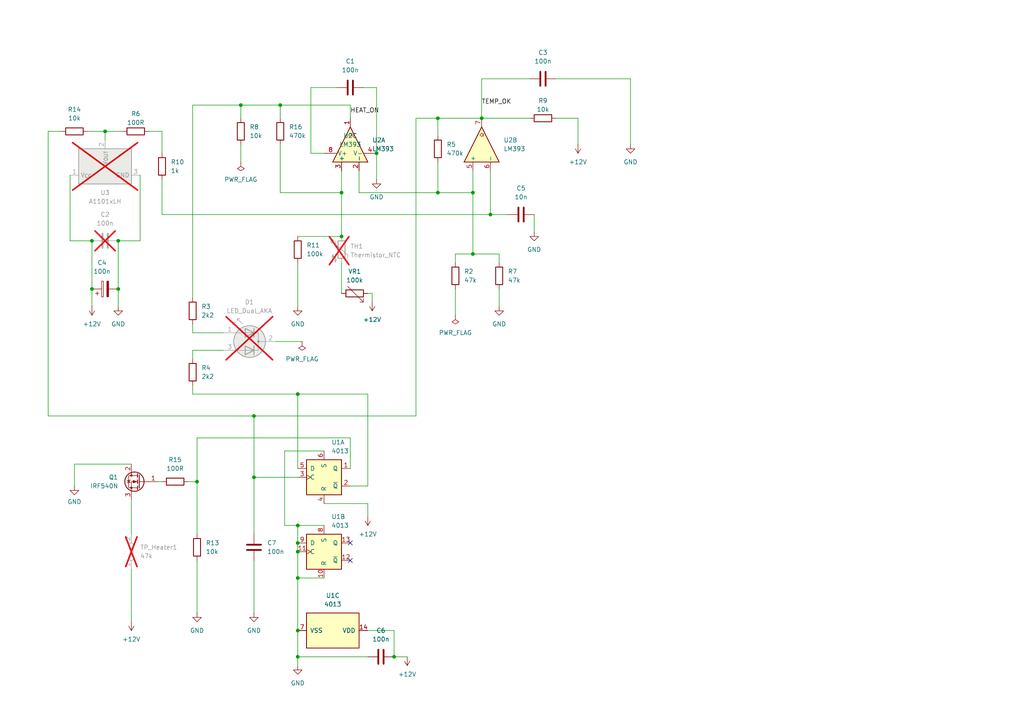
<source format=kicad_sch>
(kicad_sch (version 20250114) (generator "eeschema") (generator_version "9.0")
  (paper "A4")
  (lib_symbols
    (symbol "4xxx:4013" (pin_names (offset 1.016))
      (property "Reference" "U" (at -7.62 8.89 0))
      (property "Value" "4013" (at -7.62 -8.89 0))
      (symbol "4013_1_1"
        (rectangle (start -5.08 5.08) (end 5.08 -5.08) (stroke (width 0.254)) (fill (type background)))
        (pin input line (at -7.62 2.54 0) (length 2.54) (name "D") (number "5"))
        (pin input clock (at -7.62 0 0) (length 2.54) (name "C") (number "3"))
        (pin input line (at 0 7.62 270) (length 2.54) (name "S") (number "6"))
        (pin input line (at 0 -7.62 90) (length 2.54) (name "R") (number "4"))
        (pin output line (at 7.62 2.54 180) (length 2.54) (name "Q") (number "1"))
        (pin output line (at 7.62 -2.54 180) (length 2.54) (name "~{Q}") (number "2"))
      )
      (symbol "4013_2_1"
        (rectangle (start -5.08 5.08) (end 5.08 -5.08) (stroke (width 0.254)) (fill (type background)))
        (pin input line (at -7.62 2.54 0) (length 2.54) (name "D") (number "9"))
        (pin input clock (at -7.62 0 0) (length 2.54) (name "C") (number "11"))
        (pin input line (at 0 7.62 270) (length 2.54) (name "S") (number "8"))
        (pin input line (at 0 -7.62 90) (length 2.54) (name "R") (number "10"))
        (pin output line (at 7.62 2.54 180) (length 2.54) (name "Q") (number "13"))
        (pin output line (at 7.62 -2.54 180) (length 2.54) (name "~{Q}") (number "12"))
      )
      (symbol "4013_3_0"
        (pin power_in line (at 0 10.16 270) (length 2.54) (name "VDD") (number "14"))
        (pin power_in line (at 0 -10.16 90) (length 2.54) (name "VSS") (number "7"))
      )
      (symbol "4013_3_1"
        (rectangle (start -5.08 7.62) (end 5.08 -7.62) (stroke (width 0.254)) (fill (type background)))
      )
    )
    (symbol "Comparator:LM393" (pin_names (offset 0.127))
      (property "Reference" "U" (at 3.81 3.81 0))
      (property "Value" "LM393" (at 6.35 -3.81 0))
      (symbol "LM393_1_1"
        (polyline (pts (xy -5.08 5.08) (xy 5.08 0) (xy -5.08 -5.08) (xy -5.08 5.08)) (stroke (width 0.254)) (fill (type background)))
        (polyline (pts (xy 3.302 -0.508) (xy 2.794 -0.508) (xy 3.302 0) (xy 2.794 0.508) (xy 2.286 0) (xy 2.794 -0.508) (xy 2.286 -0.508)) (stroke (width 0.127)))
        (pin input line (at -7.62 2.54 0) (length 2.54) (name "+") (number "3"))
        (pin input line (at -7.62 -2.54 0) (length 2.54) (name "-") (number "2"))
        (pin open_collector line (at 7.62 0 180) (length 2.54) (name "~") (number "1"))
      )
      (symbol "LM393_2_1"
        (polyline (pts (xy -5.08 5.08) (xy 5.08 0) (xy -5.08 -5.08) (xy -5.08 5.08)) (stroke (width 0.254)) (fill (type background)))
        (polyline (pts (xy 3.302 -0.508) (xy 2.794 -0.508) (xy 3.302 0) (xy 2.794 0.508) (xy 2.286 0) (xy 2.794 -0.508) (xy 2.286 -0.508)) (stroke (width 0.127)))
        (pin input line (at -7.62 2.54 0) (length 2.54) (name "+") (number "5"))
        (pin input line (at -7.62 -2.54 0) (length 2.54) (name "-") (number "6"))
        (pin open_collector line (at 7.62 0 180) (length 2.54) (name "~") (number "7"))
      )
      (symbol "LM393_3_1"
        (pin power_in line (at -2.54 7.62 270) (length 3.81) (name "V+") (number "8"))
        (pin power_in line (at -2.54 -7.62 90) (length 3.81) (name "V-") (number "4"))
      )
    )
    (symbol "Connector:TestPoint_2Pole" (pin_names (offset 0.762) (hide yes))
      (property "Reference" "TP" (at 0 1.524 0))
      (property "Value" "TestPoint_2Pole" (at 0 -1.778 0))
      (symbol "TestPoint_2Pole_0_1"
        (circle (center -1.778 0) (radius 0.762))
        (circle (center 1.778 0) (radius 0.762))
        (pin passive line (at -5.08 0 0) (length 2.54) (name "1") (number "1"))
        (pin passive line (at 5.08 0 180) (length 2.54) (name "2") (number "2"))
      )
    )
    (symbol "Device:C" (pin_numbers (hide yes)) (pin_names (offset 0.254))
      (property "Reference" "C" (at 0.635 2.54 0))
      (property "Value" "C" (at 0.635 -2.54 0))
      (symbol "C_0_1"
        (polyline (pts (xy -2.032 0.762) (xy 2.032 0.762)) (stroke (width 0.508)))
        (polyline (pts (xy -2.032 -0.762) (xy 2.032 -0.762)) (stroke (width 0.508)))
      )
      (symbol "C_1_1"
        (pin passive line (at 0 3.81 270) (length 2.794) (name "~") (number "1"))
        (pin passive line (at 0 -3.81 90) (length 2.794) (name "~") (number "2"))
      )
    )
    (symbol "Device:C_Polarized" (pin_numbers (hide yes)) (pin_names (offset 0.254))
      (property "Reference" "C" (at 0.635 2.54 0))
      (property "Value" "C_Polarized" (at 0.635 -2.54 0))
      (symbol "C_Polarized_0_1"
        (rectangle (start -2.286 0.508) (end 2.286 1.016))
        (polyline (pts (xy -1.778 2.286) (xy -0.762 2.286)))
        (polyline (pts (xy -1.27 2.794) (xy -1.27 1.778)))
        (rectangle (start 2.286 -0.508) (end -2.286 -1.016) (fill (type outline)))
      )
      (symbol "C_Polarized_1_1"
        (pin passive line (at 0 3.81 270) (length 2.794) (name "~") (number "1"))
        (pin passive line (at 0 -3.81 90) (length 2.794) (name "~") (number "2"))
      )
    )
    (symbol "Device:LED_Dual_AKA" (pin_names (offset 0) (hide yes))
      (property "Reference" "D" (at 0 5.715 0))
      (property "Value" "LED_Dual_AKA" (at 0 -6.35 0))
      (symbol "LED_Dual_AKA_0_1"
        (polyline (pts (xy -4.572 0) (xy -2.54 0)))
        (circle (center -2.54 0) (radius 0.2794) (fill (type outline)))
        (polyline (pts (xy -1.27 1.27) (xy -1.27 3.81)) (stroke (width 0.254)))
        (polyline (pts (xy -1.27 -1.27) (xy -1.27 -3.81)) (stroke (width 0.254)))
        (circle (center 0 0) (radius 4.572) (stroke (width 0.254)) (fill (type background)))
        (polyline (pts (xy 1.27 1.27) (xy 1.27 3.81) (xy -1.27 2.54) (xy 1.27 1.27)) (stroke (width 0.254)))
        (polyline (pts (xy 1.27 -3.81) (xy 1.27 -1.27) (xy -1.27 -2.54) (xy 1.27 -3.81)) (stroke (width 0.254)))
        (polyline (pts (xy 2.032 5.08) (xy 3.556 6.604) (xy 2.794 6.604) (xy 3.556 6.604) (xy 3.556 5.842)))
        (polyline (pts (xy 2.032 2.54) (xy -2.54 2.54) (xy -2.54 -2.54) (xy 2.032 -2.54)))
        (polyline (pts (xy 3.302 4.064) (xy 4.826 5.588) (xy 4.064 5.588) (xy 4.826 5.588) (xy 4.826 4.826)))
        (polyline (pts (xy 3.81 2.54) (xy 1.905 2.54)))
        (polyline (pts (xy 3.81 -2.54) (xy 1.905 -2.54)))
      )
      (symbol "LED_Dual_AKA_1_1"
        (pin input line (at -7.62 0 0) (length 3.048) (name "K") (number "2"))
        (pin input line (at 7.62 2.54 180) (length 3.81) (name "A1") (number "1"))
        (pin input line (at 7.62 -2.54 180) (length 3.81) (name "A2") (number "3"))
      )
    )
    (symbol "Device:R" (pin_numbers (hide yes)) (pin_names (offset 0))
      (property "Reference" "R" (at 2.032 0 90))
      (property "Value" "R" (at 0 0 90))
      (symbol "R_0_1"
        (rectangle (start -1.016 -2.54) (end 1.016 2.54) (stroke (width 0.254)))
      )
      (symbol "R_1_1"
        (pin passive line (at 0 3.81 270) (length 1.27) (name "~") (number "1"))
        (pin passive line (at 0 -3.81 90) (length 1.27) (name "~") (number "2"))
      )
    )
    (symbol "Device:R_Variable" (pin_numbers (hide yes)) (pin_names (offset 0))
      (property "Reference" "R" (at 2.54 -2.54 90))
      (property "Value" "R_Variable" (at -2.54 -1.27 90))
      (symbol "R_Variable_0_1"
        (rectangle (start -1.016 -2.54) (end 1.016 2.54) (stroke (width 0.254)))
        (polyline (pts (xy 2.54 1.524) (xy 2.54 2.54) (xy 1.524 2.54) (xy 2.54 2.54) (xy -2.032 -2.032)))
      )
      (symbol "R_Variable_1_1"
        (pin passive line (at 0 3.81 270) (length 1.27) (name "~") (number "1"))
        (pin passive line (at 0 -3.81 90) (length 1.27) (name "~") (number "2"))
      )
    )
    (symbol "Device:Thermistor_NTC" (pin_numbers (hide yes)) (pin_names (offset 0))
      (property "Reference" "TH" (at -4.445 0 90))
      (property "Value" "Thermistor_NTC" (at 3.175 0 90))
      (symbol "Thermistor_NTC_0_1"
        (arc (start -3.175 2.413) (mid -3.0506 2.3165) (end -3.048 2.159))
        (arc (start -3.048 2.794) (mid -2.9736 2.9736) (end -2.794 3.048))
        (arc (start -2.794 3.048) (mid -2.6144 2.9736) (end -2.54 2.794))
        (arc (start -2.794 2.54) (mid -2.9736 2.6144) (end -3.048 2.794))
        (arc (start -2.794 1.905) (mid -2.9736 1.9794) (end -3.048 2.159))
        (arc (start -2.54 2.159) (mid -2.6144 1.9794) (end -2.794 1.905))
        (arc (start -2.159 2.794) (mid -2.434 2.5608) (end -2.794 2.54))
        (polyline (pts (xy -2.54 2.159) (xy -2.54 2.794)))
        (polyline (pts (xy -2.54 -3.683) (xy -2.54 -1.397) (xy -2.794 -2.159) (xy -2.286 -2.159) (xy -2.54 -1.397) (xy -2.54 -1.651)) (fill (type outline)))
        (polyline (pts (xy -1.778 2.54) (xy -1.778 1.524) (xy 1.778 -1.524) (xy 1.778 -2.54)))
        (polyline (pts (xy -1.778 -1.397) (xy -1.778 -3.683) (xy -2.032 -2.921) (xy -1.524 -2.921) (xy -1.778 -3.683) (xy -1.778 -3.429)) (fill (type outline)))
        (rectangle (start -1.016 2.54) (end 1.016 -2.54) (stroke (width 0.254)))
      )
      (symbol "Thermistor_NTC_1_1"
        (pin passive line (at 0 3.81 270) (length 1.27) (name "~") (number "1"))
        (pin passive line (at 0 -3.81 90) (length 1.27) (name "~") (number "2"))
      )
    )
    (symbol "Sensor_Magnetic:A1101xLH"
      (property "Reference" "U" (at 0 11.43 0))
      (property "Value" "A1101xLH" (at 0 8.89 0))
      (symbol "A1101xLH_0_1"
        (rectangle (start -5.08 7.62) (end 5.08 -7.62) (stroke (width 0.254)) (fill (type background)))
      )
      (symbol "A1101xLH_1_1"
        (pin power_in line (at -2.54 10.16 270) (length 2.54) (name "V_{CC}") (number "1"))
        (pin power_in line (at -2.54 -10.16 90) (length 2.54) (name "GND") (number "3"))
        (pin open_collector line (at 7.62 0 180) (length 2.54) (name "V_{OUT}") (number "2"))
      )
    )
    (symbol "Transistor_FET:IRF540N" (pin_names (hide yes))
      (property "Reference" "Q" (at 5.08 1.905 0))
      (property "Value" "IRF540N" (at 5.08 0 0))
      (symbol "IRF540N_0_1"
        (polyline (pts (xy 0.254 1.905) (xy 0.254 -1.905)) (stroke (width 0.254)))
        (polyline (pts (xy 0.254 0) (xy -2.54 0)))
        (polyline (pts (xy 0.762 2.286) (xy 0.762 1.27)) (stroke (width 0.254)))
        (polyline (pts (xy 0.762 0.508) (xy 0.762 -0.508)) (stroke (width 0.254)))
        (polyline (pts (xy 0.762 -1.27) (xy 0.762 -2.286)) (stroke (width 0.254)))
        (polyline (pts (xy 0.762 -1.778) (xy 3.302 -1.778) (xy 3.302 1.778) (xy 0.762 1.778)))
        (polyline (pts (xy 1.016 0) (xy 2.032 0.381) (xy 2.032 -0.381) (xy 1.016 0)) (fill (type outline)))
        (circle (center 1.651 0) (radius 2.794) (stroke (width 0.254)))
        (polyline (pts (xy 2.54 2.54) (xy 2.54 1.778)))
        (circle (center 2.54 1.778) (radius 0.254) (fill (type outline)))
        (circle (center 2.54 -1.778) (radius 0.254) (fill (type outline)))
        (polyline (pts (xy 2.54 -2.54) (xy 2.54 0) (xy 0.762 0)))
        (polyline (pts (xy 2.794 0.508) (xy 2.921 0.381) (xy 3.683 0.381) (xy 3.81 0.254)))
        (polyline (pts (xy 3.302 0.381) (xy 2.921 -0.254) (xy 3.683 -0.254) (xy 3.302 0.381)))
      )
      (symbol "IRF540N_1_1"
        (pin input line (at -5.08 0 0) (length 2.54) (name "G") (number "1"))
        (pin passive line (at 2.54 5.08 270) (length 2.54) (name "D") (number "2"))
        (pin passive line (at 2.54 -5.08 90) (length 2.54) (name "S") (number "3"))
      )
    )
    (symbol "power:+12V" (power) (pin_numbers (hide yes)) (pin_names (offset 0) (hide yes))
      (property "Value" "+12V" (at 0 3.556 0))
      (symbol "+12V_0_1"
        (polyline (pts (xy -0.762 1.27) (xy 0 2.54)))
        (polyline (pts (xy 0 2.54) (xy 0.762 1.27)))
        (polyline (pts (xy 0 0) (xy 0 2.54)))
      )
      (symbol "+12V_1_1"
        (pin power_in line (at 0 0 90) (length 0) (name "~") (number "1"))
      )
    )
    (symbol "power:GND" (power) (pin_numbers (hide yes)) (pin_names (offset 0) (hide yes))
      (property "Value" "GND" (at 0 -3.81 0))
      (symbol "GND_0_1"
        (polyline (pts (xy 0 0) (xy 0 -1.27) (xy 1.27 -1.27) (xy 0 -2.54) (xy -1.27 -1.27) (xy 0 -1.27)))
      )
      (symbol "GND_1_1"
        (pin power_in line (at 0 0 270) (length 0) (name "~") (number "1"))
      )
    )
    (symbol "power:PWR_FLAG" (power) (pin_numbers (hide yes)) (pin_names (offset 0) (hide yes))
      (property "Value" "PWR_FLAG" (at 0 3.81 0))
      (symbol "PWR_FLAG_0_0"
        (pin power_out line (at 0 0 90) (length 0) (name "~") (number "1"))
      )
      (symbol "PWR_FLAG_0_1"
        (polyline (pts (xy 0 0) (xy 0 1.27) (xy -1.016 1.905) (xy 0 2.54) (xy 1.016 1.905) (xy 0 1.27)))
      )
    )
  )
  (junction (at 30.48 38.1))
  (junction (at 99.06 55.88))
  (junction (at 109.22 44.45))
  (junction (at 127 34.29))
  (junction (at 86.36 114.3))
  (junction (at 26.67 69.85))
  (junction (at 34.29 83.82))
  (junction (at 73.66 120.65))
  (junction (at 137.16 73.66))
  (junction (at 57.15 139.7))
  (junction (at 69.85 30.48))
  (junction (at 127 55.88))
  (junction (at 86.36 167.64))
  (junction (at 81.28 30.48))
  (junction (at 99.06 68.58))
  (junction (at 73.66 138.43))
  (junction (at 139.7 34.29))
  (junction (at 86.36 190.5))
  (junction (at 137.16 55.88))
  (junction (at 114.3 190.5))
  (junction (at 142.24 62.23))
  (junction (at 86.36 157.48))
  (junction (at 86.36 182.88))
  (junction (at 86.36 160.02))
  (junction (at 86.36 152.4))
  (junction (at 26.67 83.82))
  (junction (at 34.29 69.85))
  (no_connect (at 101.6 162.56))
  (no_connect (at 101.6 157.48))
  (wire (pts (xy 73.66 138.43) (xy 86.36 138.43)))
  (wire (pts (xy 40.64 69.85) (xy 34.29 69.85)))
  (wire (pts (xy 21.59 140.97) (xy 21.59 134.62)))
  (wire (pts (xy 127 34.29) (xy 127 39.37)))
  (wire (pts (xy 86.36 152.4) (xy 93.98 152.4)))
  (wire (pts (xy 153.67 22.86) (xy 139.7 22.86)))
  (wire (pts (xy 137.16 73.66) (xy 137.16 55.88)))
  (wire (pts (xy 45.72 139.7) (xy 46.99 139.7)))
  (wire (pts (xy 55.88 114.3) (xy 86.36 114.3)))
  (wire (pts (xy 21.59 134.62) (xy 38.1 134.62)))
  (wire (pts (xy 107.95 85.09) (xy 106.68 85.09)))
  (wire (pts (xy 109.22 44.45) (xy 109.22 52.07)))
  (wire (pts (xy 26.67 83.82) (xy 26.67 88.9)))
  (wire (pts (xy 104.14 49.53) (xy 104.14 55.88)))
  (wire (pts (xy 69.85 30.48) (xy 69.85 34.29)))
  (wire (pts (xy 101.6 135.89) (xy 101.6 127)))
  (wire (pts (xy 107.95 87.63) (xy 107.95 85.09)))
  (wire (pts (xy 30.48 38.1) (xy 30.48 40.64)))
  (wire (pts (xy 69.85 30.48) (xy 81.28 30.48)))
  (wire (pts (xy 46.99 62.23) (xy 142.24 62.23)))
  (wire (pts (xy 81.28 41.91) (xy 81.28 55.88)))
  (wire (pts (xy 30.48 38.1) (xy 35.56 38.1)))
  (wire (pts (xy 57.15 127) (xy 57.15 139.7)))
  (wire (pts (xy 86.36 68.58) (xy 99.06 68.58)))
  (wire (pts (xy 161.29 22.86) (xy 182.88 22.86)))
  (wire (pts (xy 55.88 96.52) (xy 64.77 96.52)))
  (wire (pts (xy 55.88 86.36) (xy 55.88 30.48)))
  (wire (pts (xy 101.6 30.48) (xy 101.6 34.29)))
  (wire (pts (xy 132.08 73.66) (xy 137.16 73.66)))
  (wire (pts (xy 104.14 55.88) (xy 127 55.88)))
  (wire (pts (xy 57.15 139.7) (xy 57.15 154.94)))
  (wire (pts (xy 55.88 101.6) (xy 64.77 101.6)))
  (wire (pts (xy 127 46.99) (xy 127 55.88)))
  (wire (pts (xy 55.88 30.48) (xy 69.85 30.48)))
  (wire (pts (xy 82.55 152.4) (xy 86.36 152.4)))
  (wire (pts (xy 90.17 25.4) (xy 90.17 44.45)))
  (wire (pts (xy 86.36 157.48) (xy 86.36 160.02)))
  (wire (pts (xy 20.32 69.85) (xy 26.67 69.85)))
  (wire (pts (xy 55.88 114.3) (xy 55.88 111.76)))
  (wire (pts (xy 106.68 114.3) (xy 106.68 140.97)))
  (wire (pts (xy 114.3 190.5) (xy 118.11 190.5)))
  (wire (pts (xy 99.06 49.53) (xy 99.06 55.88)))
  (wire (pts (xy 40.64 50.8) (xy 40.64 69.85)))
  (wire (pts (xy 139.7 34.29) (xy 153.67 34.29)))
  (wire (pts (xy 57.15 162.56) (xy 57.15 177.8)))
  (wire (pts (xy 114.3 182.88) (xy 114.3 190.5)))
  (wire (pts (xy 86.36 114.3) (xy 106.68 114.3)))
  (wire (pts (xy 73.66 120.65) (xy 120.65 120.65)))
  (wire (pts (xy 13.97 38.1) (xy 13.97 120.65)))
  (wire (pts (xy 86.36 182.88) (xy 86.36 190.5)))
  (wire (pts (xy 73.66 120.65) (xy 73.66 138.43)))
  (wire (pts (xy 80.01 99.06) (xy 87.63 99.06)))
  (wire (pts (xy 86.36 160.02) (xy 86.36 167.64)))
  (wire (pts (xy 132.08 73.66) (xy 132.08 76.2)))
  (wire (pts (xy 34.29 69.85) (xy 34.29 83.82)))
  (wire (pts (xy 120.65 34.29) (xy 120.65 120.65)))
  (wire (pts (xy 26.67 69.85) (xy 26.67 83.82)))
  (wire (pts (xy 54.61 139.7) (xy 57.15 139.7)))
  (wire (pts (xy 38.1 144.78) (xy 38.1 154.94)))
  (wire (pts (xy 81.28 55.88) (xy 99.06 55.88)))
  (wire (pts (xy 132.08 83.82) (xy 132.08 91.44)))
  (wire (pts (xy 106.68 190.5) (xy 86.36 190.5)))
  (wire (pts (xy 86.36 167.64) (xy 86.36 182.88)))
  (wire (pts (xy 144.78 73.66) (xy 144.78 76.2)))
  (wire (pts (xy 93.98 130.81) (xy 82.55 130.81)))
  (wire (pts (xy 127 34.29) (xy 120.65 34.29)))
  (wire (pts (xy 46.99 38.1) (xy 46.99 44.45)))
  (wire (pts (xy 109.22 25.4) (xy 109.22 44.45)))
  (wire (pts (xy 20.32 50.8) (xy 20.32 69.85)))
  (wire (pts (xy 161.29 34.29) (xy 167.64 34.29)))
  (wire (pts (xy 73.66 162.56) (xy 73.66 177.8)))
  (wire (pts (xy 81.28 30.48) (xy 81.28 34.29)))
  (wire (pts (xy 106.68 146.05) (xy 93.98 146.05)))
  (wire (pts (xy 144.78 73.66) (xy 137.16 73.66)))
  (wire (pts (xy 106.68 146.05) (xy 106.68 149.86)))
  (wire (pts (xy 90.17 44.45) (xy 93.98 44.45)))
  (wire (pts (xy 86.36 152.4) (xy 86.36 157.48)))
  (wire (pts (xy 106.68 140.97) (xy 101.6 140.97)))
  (wire (pts (xy 142.24 49.53) (xy 142.24 62.23)))
  (wire (pts (xy 86.36 76.2) (xy 86.36 88.9)))
  (wire (pts (xy 86.36 114.3) (xy 86.36 135.89)))
  (wire (pts (xy 86.36 190.5) (xy 86.36 193.04)))
  (wire (pts (xy 93.98 167.64) (xy 86.36 167.64)))
  (wire (pts (xy 99.06 76.2) (xy 99.06 85.09)))
  (wire (pts (xy 182.88 22.86) (xy 182.88 41.91)))
  (wire (pts (xy 73.66 154.94) (xy 73.66 138.43)))
  (wire (pts (xy 99.06 55.88) (xy 99.06 68.58)))
  (wire (pts (xy 139.7 22.86) (xy 139.7 34.29)))
  (wire (pts (xy 139.7 34.29) (xy 127 34.29)))
  (wire (pts (xy 154.94 62.23) (xy 154.94 67.31)))
  (wire (pts (xy 109.22 25.4) (xy 105.41 25.4)))
  (wire (pts (xy 127 55.88) (xy 137.16 55.88)))
  (wire (pts (xy 34.29 83.82) (xy 34.29 88.9)))
  (wire (pts (xy 55.88 93.98) (xy 55.88 96.52)))
  (wire (pts (xy 55.88 101.6) (xy 55.88 104.14)))
  (wire (pts (xy 46.99 52.07) (xy 46.99 62.23)))
  (wire (pts (xy 167.64 34.29) (xy 167.64 41.91)))
  (wire (pts (xy 13.97 120.65) (xy 73.66 120.65)))
  (wire (pts (xy 137.16 49.53) (xy 137.16 55.88)))
  (wire (pts (xy 46.99 38.1) (xy 43.18 38.1)))
  (wire (pts (xy 81.28 30.48) (xy 101.6 30.48)))
  (wire (pts (xy 69.85 41.91) (xy 69.85 46.99)))
  (wire (pts (xy 106.68 182.88) (xy 114.3 182.88)))
  (wire (pts (xy 97.79 25.4) (xy 90.17 25.4)))
  (wire (pts (xy 13.97 38.1) (xy 17.78 38.1)))
  (wire (pts (xy 25.4 38.1) (xy 30.48 38.1)))
  (wire (pts (xy 144.78 83.82) (xy 144.78 88.9)))
  (wire (pts (xy 147.32 62.23) (xy 142.24 62.23)))
  (wire (pts (xy 101.6 127) (xy 57.15 127)))
  (wire (pts (xy 82.55 130.81) (xy 82.55 152.4)))
  (wire (pts (xy 38.1 165.1) (xy 38.1 180.34)))
  (label "HEAT_ON" (at 101.6 33.02 0))
  (label "TEMP_OK" (at 139.7 30.48 0))
  (symbol (lib_id "Device:R") (at 46.99 48.26 0) (unit 1)
    (property "Reference" "R10" (at 49.53 46.9899 0) (effects (justify left)))
    (property "Value" "1k" (at 49.53 49.5299 0) (effects (justify left)))
    (property "Footprint" "Resistor_THT:R_Axial_DIN0207_L6.3mm_D2.5mm_P7.62mm_Horizontal" (effects (hide yes)))
    (property "Description" "Resistor" (effects (hide yes)))
  )
  (symbol (lib_id "power:PWR_FLAG") (at 132.08 91.44 180) (unit 1)
    (property "Reference" "#FLG03" (effects (hide yes)))
    (property "Value" "PWR_FLAG" (at 132.08 96.52 0))
    (property "Description" "Special symbol for telling ERC where power comes from" (effects (hide yes)))
  )
  (symbol (lib_id "power:+12V") (at 107.95 87.63 180) (unit 1)
    (property "Reference" "#PWR017" (effects (hide yes)))
    (property "Value" "+12V" (at 107.95 92.71 0))
    (property "Description" "Power symbol creates a global label with name \"+12V\"" (effects (hide yes)))
  )
  (symbol (lib_id "Device:R") (at 81.28 38.1 0) (unit 1)
    (property "Reference" "R16" (at 83.82 36.8299 0) (effects (justify left)))
    (property "Value" "470k" (at 83.82 39.3699 0) (effects (justify left)))
    (property "Footprint" "Resistor_THT:R_Axial_DIN0207_L6.3mm_D2.5mm_P7.62mm_Horizontal" (effects (hide yes)))
    (property "Description" "Resistor" (effects (hide yes)))
  )
  (symbol (lib_id "power:+12V") (at 38.1 180.34 180) (unit 1)
    (property "Reference" "#PWR02" (effects (hide yes)))
    (property "Value" "+12V" (at 38.1 185.42 0))
    (property "Description" "Power symbol creates a global label with name \"+12V\"" (effects (hide yes)))
  )
  (symbol (lib_id "Comparator:LM393") (at 101.6 41.91 90) (unit 3)
    (property "Reference" "U2" (at 101.6 39.37 90))
    (property "Value" "LM393" (at 101.6 41.91 90))
    (property "Footprint" "Package_DIP:CERDIP-8_W7.62mm_SideBrazed_LongPads" (effects (hide yes)))
    (property "Datasheet" "http://www.ti.com/lit/ds/symlink/lm393.pdf" (effects (hide yes)))
    (property "Description" "Low-Power, Low-Offset Voltage, Dual Comparators, DIP-8/SOIC-8/TO-99-8" (effects (hide yes)))
  )
  (symbol (lib_id "4xxx:4013") (at 93.98 138.43 0) (unit 1)
    (property "Reference" "U1" (at 96.1233 128.27 0) (effects (justify left)))
    (property "Value" "4013" (at 96.1233 130.81 0) (effects (justify left)))
    (property "Footprint" "Package_DIP:CERDIP-14_W7.62mm_SideBrazed_LongPads" (effects (hide yes)))
    (property "Datasheet" "http://www.onsemi.com/pub/Collateral/MC14013B-D.PDF" (effects (hide yes)))
    (property "Description" "Dual D  FlipFlop, Set & reset" (effects (hide yes)))
  )
  (symbol (lib_id "Device:R") (at 86.36 72.39 0) (unit 1)
    (property "Reference" "R11" (at 88.9 71.1199 0) (effects (justify left)))
    (property "Value" "100k" (at 88.9 73.6599 0) (effects (justify left)))
    (property "Footprint" "Resistor_THT:R_Axial_DIN0207_L6.3mm_D2.5mm_P7.62mm_Horizontal" (effects (hide yes)))
    (property "Description" "Resistor" (effects (hide yes)))
  )
  (symbol (lib_id "Sensor_Magnetic:A1101xLH") (at 30.48 48.26 90) (unit 1) (in_bom no) (on_board no) (dnp yes)
    (property "Reference" "U3" (at 30.48 55.88 90))
    (property "Value" "A1101xLH" (at 30.48 58.42 90))
    (property "Footprint" "Package_TO_SOT_SMD:SOT-23W" (effects (hide yes)))
    (property "Datasheet" "https://www.allegromicro.com/-/media/files/datasheets/a110x-datasheet.ashx" (effects (hide yes)))
    (property "Description" "Hall effect switch, unipolar (south-polarity), Bop=100G, Brp=45G, 3.8-24V supply, SOT-23W" (effects (hide yes)))
  )
  (symbol (lib_id "power:GND") (at 144.78 88.9 0) (unit 1)
    (property "Reference" "#PWR03" (effects (hide yes)))
    (property "Value" "GND" (at 144.78 93.98 0))
    (property "Description" "Power symbol creates a global label with name \"GND\" , ground" (effects (hide yes)))
  )
  (symbol (lib_id "power:GND") (at 21.59 140.97 0) (unit 1)
    (property "Reference" "#PWR012" (effects (hide yes)))
    (property "Value" "GND" (at 21.59 145.542 0))
    (property "Description" "Power symbol creates a global label with name \"GND\" , ground" (effects (hide yes)))
  )
  (symbol (lib_id "Device:R") (at 157.48 34.29 90) (unit 1)
    (property "Reference" "R9" (at 157.48 29.21 90))
    (property "Value" "10k" (at 157.48 31.75 90))
    (property "Footprint" "Resistor_THT:R_Axial_DIN0207_L6.3mm_D2.5mm_P7.62mm_Horizontal" (effects (hide yes)))
    (property "Description" "Resistor" (effects (hide yes)))
  )
  (symbol (lib_id "Device:R") (at 21.59 38.1 270) (unit 1)
    (property "Reference" "R14" (at 21.59 31.75 90))
    (property "Value" "10k" (at 21.59 34.29 90))
    (property "Footprint" "Resistor_THT:R_Axial_DIN0207_L6.3mm_D2.5mm_P7.62mm_Horizontal" (effects (hide yes)))
    (property "Description" "Resistor" (effects (hide yes)))
  )
  (symbol (lib_id "Device:R") (at 55.88 90.17 0) (unit 1)
    (property "Reference" "R3" (at 58.42 88.8999 0) (effects (justify left)))
    (property "Value" "2k2" (at 58.42 91.4399 0) (effects (justify left)))
    (property "Footprint" "Resistor_THT:R_Axial_DIN0207_L6.3mm_D2.5mm_P7.62mm_Horizontal" (effects (hide yes)))
    (property "Description" "Resistor" (effects (hide yes)))
  )
  (symbol (lib_id "Device:C") (at 110.49 190.5 270) (unit 1)
    (property "Reference" "C6" (at 110.49 182.88 90))
    (property "Value" "100n" (at 110.49 185.42 90))
    (property "Footprint" "Capacitor_THT:C_Disc_D3.0mm_W1.6mm_P2.50mm" (effects (hide yes)))
    (property "Description" "Unpolarized capacitor" (effects (hide yes)))
  )
  (symbol (lib_id "Comparator:LM393") (at 101.6 41.91 90) (unit 1)
    (property "Reference" "U2" (at 107.95 40.6399 90) (effects (justify right)))
    (property "Value" "LM393" (at 107.95 43.1799 90) (effects (justify right)))
    (property "Footprint" "Package_DIP:CERDIP-8_W7.62mm_SideBrazed_LongPads" (effects (hide yes)))
    (property "Datasheet" "http://www.ti.com/lit/ds/symlink/lm393.pdf" (effects (hide yes)))
    (property "Description" "Low-Power, Low-Offset Voltage, Dual Comparators, DIP-8/SOIC-8/TO-99-8" (effects (hide yes)))
  )
  (symbol (lib_id "power:GND") (at 154.94 67.31 0) (unit 1)
    (property "Reference" "#PWR01" (effects (hide yes)))
    (property "Value" "GND" (at 154.94 72.39 0))
    (property "Description" "Power symbol creates a global label with name \"GND\" , ground" (effects (hide yes)))
  )
  (symbol (lib_id "Device:R") (at 127 43.18 0) (unit 1)
    (property "Reference" "R5" (at 129.54 41.9099 0) (effects (justify left)))
    (property "Value" "470k" (at 129.54 44.4499 0) (effects (justify left)))
    (property "Footprint" "Resistor_THT:R_Axial_DIN0207_L6.3mm_D2.5mm_P7.62mm_Horizontal" (effects (hide yes)))
    (property "Description" "Resistor" (effects (hide yes)))
  )
  (symbol (lib_id "Transistor_FET:IRF540N") (at 40.64 139.7 0) (mirror y) (unit 1)
    (property "Reference" "Q1" (at 34.29 138.4299 0) (effects (justify left)))
    (property "Value" "IRF540N" (at 34.29 140.9699 0) (effects (justify left)))
    (property "Footprint" "Package_TO_SOT_THT:TO-220-3_Vertical" (effects (hide yes)))
    (property "Datasheet" "http://www.irf.com/product-info/datasheets/data/irf540n.pdf" (effects (hide yes)))
    (property "Description" "33A Id, 100V Vds, HEXFET N-Channel MOSFET, TO-220" (effects (hide yes)))
  )
  (symbol (lib_id "Device:C") (at 73.66 158.75 0) (unit 1)
    (property "Reference" "C7" (at 77.47 157.4799 0) (effects (justify left)))
    (property "Value" "100n" (at 77.47 160.0199 0) (effects (justify left)))
    (property "Footprint" "Capacitor_THT:C_Disc_D3.0mm_W1.6mm_P2.50mm" (effects (hide yes)))
    (property "Description" "Unpolarized capacitor" (effects (hide yes)))
  )
  (symbol (lib_id "power:GND") (at 109.22 52.07 0) (unit 1)
    (property "Reference" "#PWR08" (effects (hide yes)))
    (property "Value" "GND" (at 109.22 57.15 0))
    (property "Description" "Power symbol creates a global label with name \"GND\" , ground" (effects (hide yes)))
  )
  (symbol (lib_id "power:PWR_FLAG") (at 69.85 46.99 180) (unit 1)
    (property "Reference" "#FLG01" (effects (hide yes)))
    (property "Value" "PWR_FLAG" (at 69.85 52.07 0))
    (property "Description" "Special symbol for telling ERC where power comes from" (effects (hide yes)))
  )
  (symbol (lib_id "power:+12V") (at 167.64 41.91 180) (unit 1)
    (property "Reference" "#PWR019" (effects (hide yes)))
    (property "Value" "+12V" (at 167.64 46.99 0))
    (property "Description" "Power symbol creates a global label with name \"+12V\"" (effects (hide yes)))
  )
  (symbol (lib_id "Device:C") (at 101.6 25.4 270) (unit 1)
    (property "Reference" "C1" (at 101.6 17.78 90))
    (property "Value" "100n" (at 101.6 20.32 90))
    (property "Footprint" "Capacitor_THT:C_Disc_D3.0mm_W1.6mm_P2.50mm" (effects (hide yes)))
    (property "Description" "Unpolarized capacitor" (effects (hide yes)))
  )
  (symbol (lib_id "Device:R_Variable") (at 102.87 85.09 270) (unit 1)
    (property "Reference" "VR1" (at 102.87 78.74 90))
    (property "Value" "100k" (at 102.87 81.28 90))
    (property "Footprint" "Potentiometer_SMD:Potentiometer_Bourns_3314S_Horizontal" (effects (hide yes)))
    (property "Description" "Variable resistor" (effects (hide yes)))
  )
  (symbol (lib_id "Connector:TestPoint_2Pole") (at 38.1 160.02 90) (unit 1) (in_bom no) (on_board no) (dnp yes)
    (property "Reference" "TP_Heater1" (at 40.64 158.7499 90) (effects (justify right)))
    (property "Value" "47k" (at 40.64 161.2899 90) (effects (justify right)))
    (property "Description" "2-polar test point" (effects (hide yes)))
  )
  (symbol (lib_id "Device:R") (at 132.08 80.01 0) (unit 1)
    (property "Reference" "R2" (at 134.62 78.7399 0) (effects (justify left)))
    (property "Value" "47k" (at 134.62 81.2799 0) (effects (justify left)))
    (property "Footprint" "Resistor_THT:R_Axial_DIN0207_L6.3mm_D2.5mm_P7.62mm_Horizontal" (effects (hide yes)))
    (property "Description" "Resistor" (effects (hide yes)))
  )
  (symbol (lib_id "Device:C_Polarized") (at 30.48 83.82 90) (unit 1)
    (property "Reference" "C4" (at 29.591 76.2 90))
    (property "Value" "100n" (at 29.591 78.74 90))
    (property "Footprint" "Capacitor_THT:C_Disc_D3.0mm_W1.6mm_P2.50mm" (effects (hide yes)))
    (property "Description" "Polarized capacitor" (effects (hide yes)))
  )
  (symbol (lib_id "4xxx:4013") (at 96.52 182.88 270) (unit 3)
    (property "Reference" "U1" (at 96.52 172.72 90))
    (property "Value" "4013" (at 96.52 175.26 90))
    (property "Footprint" "Package_DIP:CERDIP-14_W7.62mm_SideBrazed_LongPads" (effects (hide yes)))
    (property "Datasheet" "http://www.onsemi.com/pub/Collateral/MC14013B-D.PDF" (effects (hide yes)))
    (property "Description" "Dual D  FlipFlop, Set & reset" (effects (hide yes)))
  )
  (symbol (lib_id "power:GND") (at 73.66 177.8 0) (unit 1)
    (property "Reference" "#PWR05" (effects (hide yes)))
    (property "Value" "GND" (at 73.66 182.88 0))
    (property "Description" "Power symbol creates a global label with name \"GND\" , ground" (effects (hide yes)))
  )
  (symbol (lib_id "power:PWR_FLAG") (at 87.63 99.06 180) (unit 1)
    (property "Reference" "#FLG02" (effects (hide yes)))
    (property "Value" "PWR_FLAG" (at 87.63 104.14 0))
    (property "Description" "Special symbol for telling ERC where power comes from" (effects (hide yes)))
  )
  (symbol (lib_id "Device:R") (at 69.85 38.1 0) (unit 1)
    (property "Reference" "R8" (at 72.39 36.8299 0) (effects (justify left)))
    (property "Value" "10k" (at 72.39 39.3699 0) (effects (justify left)))
    (property "Footprint" "Resistor_THT:R_Axial_DIN0207_L6.3mm_D2.5mm_P7.62mm_Horizontal" (effects (hide yes)))
    (property "Description" "Resistor" (effects (hide yes)))
  )
  (symbol (lib_id "Comparator:LM393") (at 139.7 41.91 90) (unit 2)
    (property "Reference" "U2" (at 146.05 40.6399 90) (effects (justify right)))
    (property "Value" "LM393" (at 146.05 43.1799 90) (effects (justify right)))
    (property "Footprint" "Package_DIP:CERDIP-8_W7.62mm_SideBrazed_LongPads" (effects (hide yes)))
    (property "Datasheet" "http://www.ti.com/lit/ds/symlink/lm393.pdf" (effects (hide yes)))
    (property "Description" "Low-Power, Low-Offset Voltage, Dual Comparators, DIP-8/SOIC-8/TO-99-8" (effects (hide yes)))
  )
  (symbol (lib_id "power:+12V") (at 26.67 88.9 180) (unit 1)
    (property "Reference" "#PWR020" (effects (hide yes)))
    (property "Value" "+12V" (at 26.67 93.98 0))
    (property "Description" "Power symbol creates a global label with name \"+12V\"" (effects (hide yes)))
  )
  (symbol (lib_id "Device:R") (at 57.15 158.75 0) (unit 1)
    (property "Reference" "R13" (at 59.69 157.4799 0) (effects (justify left)))
    (property "Value" "10k" (at 59.69 160.0199 0) (effects (justify left)))
    (property "Footprint" "Resistor_THT:R_Axial_DIN0207_L6.3mm_D2.5mm_P7.62mm_Horizontal" (effects (hide yes)))
    (property "Description" "Resistor" (effects (hide yes)))
  )
  (symbol (lib_id "Device:R") (at 50.8 139.7 270) (unit 1)
    (property "Reference" "R15" (at 50.8 133.35 90))
    (property "Value" "100R" (at 50.8 135.89 90))
    (property "Footprint" "Resistor_THT:R_Axial_DIN0207_L6.3mm_D2.5mm_P7.62mm_Horizontal" (effects (hide yes)))
    (property "Description" "Resistor" (effects (hide yes)))
  )
  (symbol (lib_id "Device:R") (at 55.88 107.95 0) (unit 1)
    (property "Reference" "R4" (at 58.42 106.6799 0) (effects (justify left)))
    (property "Value" "2k2" (at 58.42 109.2199 0) (effects (justify left)))
    (property "Footprint" "Resistor_THT:R_Axial_DIN0207_L6.3mm_D2.5mm_P7.62mm_Horizontal" (effects (hide yes)))
    (property "Description" "Resistor" (effects (hide yes)))
  )
  (symbol (lib_id "power:GND") (at 86.36 193.04 0) (unit 1)
    (property "Reference" "#PWR013" (effects (hide yes)))
    (property "Value" "GND" (at 86.36 198.12 0))
    (property "Description" "Power symbol creates a global label with name \"GND\" , ground" (effects (hide yes)))
  )
  (symbol (lib_id "power:GND") (at 57.15 177.8 0) (unit 1)
    (property "Reference" "#PWR06" (effects (hide yes)))
    (property "Value" "GND" (at 57.15 182.88 0))
    (property "Description" "Power symbol creates a global label with name \"GND\" , ground" (effects (hide yes)))
  )
  (symbol (lib_id "power:+12V") (at 106.68 149.86 180) (unit 1)
    (property "Reference" "#PWR015" (effects (hide yes)))
    (property "Value" "+12V" (at 106.68 154.94 0))
    (property "Description" "Power symbol creates a global label with name \"+12V\"" (effects (hide yes)))
  )
  (symbol (lib_id "power:GND") (at 182.88 41.91 0) (unit 1)
    (property "Reference" "#PWR018" (effects (hide yes)))
    (property "Value" "GND" (at 182.88 46.99 0))
    (property "Description" "Power symbol creates a global label with name \"GND\" , ground" (effects (hide yes)))
  )
  (symbol (lib_id "Device:C") (at 157.48 22.86 270) (unit 1)
    (property "Reference" "C3" (at 157.48 15.24 90))
    (property "Value" "100n" (at 157.48 17.78 90))
    (property "Footprint" "Capacitor_THT:C_Disc_D3.0mm_W1.6mm_P2.50mm" (effects (hide yes)))
    (property "Description" "Unpolarized capacitor" (effects (hide yes)))
  )
  (symbol (lib_id "Device:LED_Dual_AKA") (at 72.39 99.06 0) (mirror y) (unit 1) (in_bom no) (on_board no) (dnp yes)
    (property "Reference" "D1" (at 72.3265 87.63 0))
    (property "Value" "LED_Dual_AKA" (at 72.3265 90.17 0))
    (property "Description" "Dual LED, common cathode on pin 2" (effects (hide yes)))
  )
  (symbol (lib_id "power:GND") (at 34.29 88.9 0) (unit 1)
    (property "Reference" "#PWR04" (effects (hide yes)))
    (property "Value" "GND" (at 34.29 93.98 0))
    (property "Description" "Power symbol creates a global label with name \"GND\" , ground" (effects (hide yes)))
  )
  (symbol (lib_id "Device:C") (at 151.13 62.23 270) (unit 1)
    (property "Reference" "C5" (at 151.13 54.61 90))
    (property "Value" "10n" (at 151.13 57.15 90))
    (property "Footprint" "Capacitor_THT:C_Disc_D3.0mm_W1.6mm_P2.50mm" (effects (hide yes)))
    (property "Description" "Unpolarized capacitor" (effects (hide yes)))
  )
  (symbol (lib_id "Device:C") (at 30.48 69.85 270) (unit 1) (in_bom no) (on_board no) (dnp yes)
    (property "Reference" "C2" (at 30.48 62.23 90))
    (property "Value" "100n" (at 30.48 64.77 90))
    (property "Description" "Unpolarized capacitor" (effects (hide yes)))
  )
  (symbol (lib_id "Device:R") (at 39.37 38.1 90) (unit 1)
    (property "Reference" "R6" (at 39.37 33.02 90))
    (property "Value" "100R" (at 39.37 35.56 90))
    (property "Footprint" "Resistor_THT:R_Axial_DIN0207_L6.3mm_D2.5mm_P7.62mm_Horizontal" (effects (hide yes)))
    (property "Description" "Resistor" (effects (hide yes)))
  )
  (symbol (lib_id "Device:R") (at 144.78 80.01 0) (unit 1)
    (property "Reference" "R7" (at 147.32 78.7399 0) (effects (justify left)))
    (property "Value" "47k" (at 147.32 81.2799 0) (effects (justify left)))
    (property "Footprint" "Resistor_THT:R_Axial_DIN0207_L6.3mm_D2.5mm_P7.62mm_Horizontal" (effects (hide yes)))
    (property "Description" "Resistor" (effects (hide yes)))
  )
  (symbol (lib_id "Device:Thermistor_NTC") (at 99.06 72.39 0) (unit 1) (in_bom no) (on_board no) (dnp yes)
    (property "Reference" "TH1" (at 101.6 71.4374 0) (effects (justify left)))
    (property "Value" "Thermistor_NTC" (at 101.6 73.9774 0) (effects (justify left)))
    (property "Description" "Temperature dependent resistor, negative temperature coefficient" (effects (hide yes)))
  )
  (symbol (lib_id "power:+12V") (at 118.11 190.5 180) (unit 1)
    (property "Reference" "#PWR016" (effects (hide yes)))
    (property "Value" "+12V" (at 118.11 195.58 0))
    (property "Description" "Power symbol creates a global label with name \"+12V\"" (effects (hide yes)))
  )
  (symbol (lib_id "4xxx:4013") (at 93.98 160.02 0) (unit 2)
    (property "Reference" "U1" (at 96.1233 149.86 0) (effects (justify left)))
    (property "Value" "4013" (at 96.1233 152.4 0) (effects (justify left)))
    (property "Footprint" "Package_DIP:CERDIP-14_W7.62mm_SideBrazed_LongPads" (effects (hide yes)))
    (property "Datasheet" "http://www.onsemi.com/pub/Collateral/MC14013B-D.PDF" (effects (hide yes)))
    (property "Description" "Dual D  FlipFlop, Set & reset" (effects (hide yes)))
  )
  (symbol (lib_id "power:GND") (at 86.36 88.9 0) (unit 1)
    (property "Reference" "#PWR07" (effects (hide yes)))
    (property "Value" "GND" (at 86.36 93.98 0))
    (property "Description" "Power symbol creates a global label with name \"GND\" , ground" (effects (hide yes)))
  )
)
</source>
